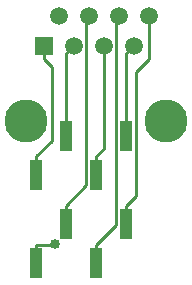
<source format=gbl>
G04 #@! TF.FileFunction,Copper,L2,Bot,Signal*
%FSLAX46Y46*%
G04 Gerber Fmt 4.6, Leading zero omitted, Abs format (unit mm)*
G04 Created by KiCad (PCBNEW 4.0.7-e2-6376~58~ubuntu16.04.1) date Sat Jan 13 09:53:06 2018*
%MOMM*%
%LPD*%
G01*
G04 APERTURE LIST*
%ADD10C,0.100000*%
%ADD11C,3.650000*%
%ADD12R,1.500000X1.500000*%
%ADD13C,1.500000*%
%ADD14R,1.000000X2.510000*%
%ADD15C,0.850000*%
%ADD16C,0.250000*%
G04 APERTURE END LIST*
D10*
D11*
X172305000Y-104140000D03*
X160435000Y-104140000D03*
D12*
X161925000Y-97790000D03*
D13*
X163195000Y-95250000D03*
X164465000Y-97790000D03*
X165735000Y-95250000D03*
X167005000Y-97790000D03*
X168275000Y-95250000D03*
X169545000Y-97790000D03*
X170815000Y-95250000D03*
D14*
X163830000Y-112895000D03*
X168910000Y-112895000D03*
X161290000Y-116205000D03*
X166370000Y-116205000D03*
X163830000Y-105410000D03*
X168910000Y-105410000D03*
X161290000Y-108720000D03*
X166370000Y-108720000D03*
D15*
X162892600Y-114602400D03*
D16*
X162605600Y-99545900D02*
X161925000Y-98865300D01*
X162605600Y-105824100D02*
X162605600Y-99545900D01*
X161290000Y-107139700D02*
X162605600Y-105824100D01*
X161290000Y-108720000D02*
X161290000Y-107139700D01*
X161925000Y-97790000D02*
X161925000Y-98865300D01*
X161290000Y-116205000D02*
X161290000Y-114624700D01*
X162870300Y-114624700D02*
X162892600Y-114602400D01*
X161290000Y-114624700D02*
X162870300Y-114624700D01*
X163830000Y-98425000D02*
X164465000Y-97790000D01*
X163830000Y-105410000D02*
X163830000Y-98425000D01*
X165540400Y-95444600D02*
X165735000Y-95250000D01*
X165540400Y-109604300D02*
X165540400Y-95444600D01*
X163830000Y-111314700D02*
X165540400Y-109604300D01*
X163830000Y-112895000D02*
X163830000Y-111314700D01*
X167005000Y-106504700D02*
X167005000Y-97790000D01*
X166370000Y-107139700D02*
X167005000Y-106504700D01*
X166370000Y-108720000D02*
X166370000Y-107139700D01*
X168080400Y-95444600D02*
X168275000Y-95250000D01*
X168080400Y-112914300D02*
X168080400Y-95444600D01*
X166370000Y-114624700D02*
X168080400Y-112914300D01*
X166370000Y-116205000D02*
X166370000Y-114624700D01*
X168910000Y-98425000D02*
X169545000Y-97790000D01*
X168910000Y-105410000D02*
X168910000Y-98425000D01*
X170815000Y-98932100D02*
X170815000Y-95250000D01*
X169735300Y-100011800D02*
X170815000Y-98932100D01*
X169735300Y-110489400D02*
X169735300Y-100011800D01*
X168910000Y-111314700D02*
X169735300Y-110489400D01*
X168910000Y-112895000D02*
X168910000Y-111314700D01*
M02*

</source>
